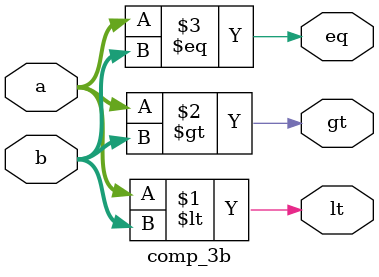
<source format=v>
module comp_3b (
    a, b, lt, gt, eq
);
    input [6:0] a, b;
    output lt, gt, eq;
    
    assign lt = a < b;
    assign gt = a > b;
    assign eq = a == b;
endmodule
</source>
